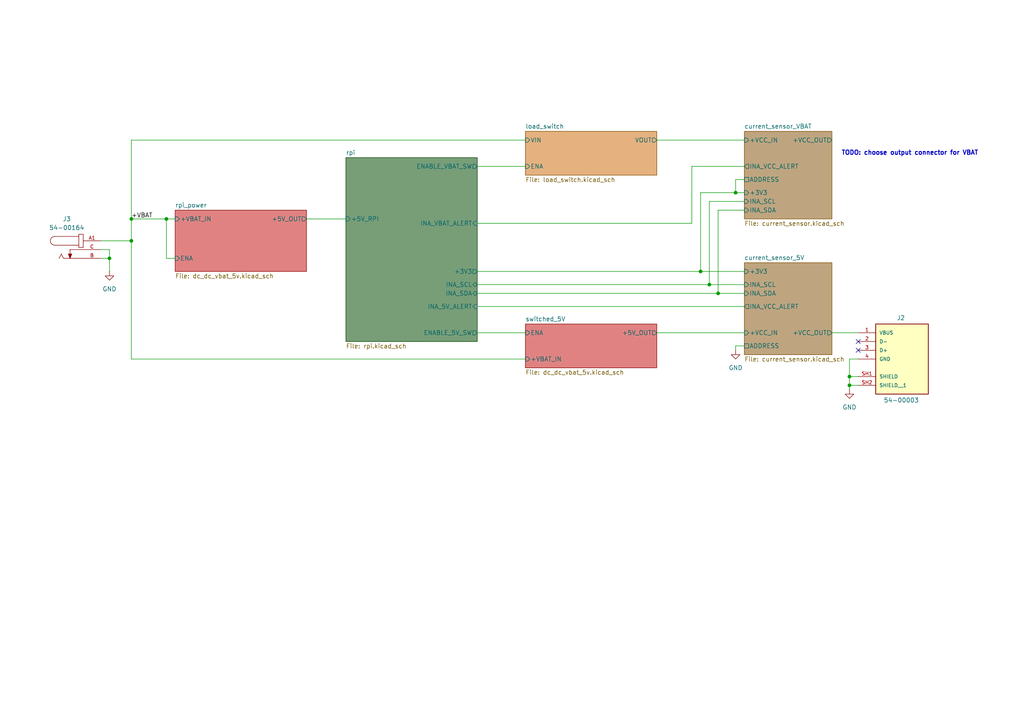
<source format=kicad_sch>
(kicad_sch (version 20231120) (generator "eeschema") (generator_version "8.0")
  (paper "A4")
  (lib_symbols
    (symbol "power:GND" (power) (pin_numbers hide) (pin_names (offset 0) hide)
      (property "Value" "GND" (at 0 -3.81 0))
      (symbol "GND_0_1"
        (polyline (pts (xy 0 0) (xy 0 -1.27) (xy 1.27 -1.27) (xy 0 -2.54) (xy -1.27 -1.27) (xy 0 -1.27)))
      )
      (symbol "GND_1_1"
        (pin power_in line (at 0 0 270) (length 0) (name "~") (number "1"))
      )
    )
    (symbol "rpi_power_warden_hat:54-00003" (pin_names (offset 1.016))
      (property "Reference" "J" (at -7.62 10.922 0))
      (property "Value" "54-00003" (at -7.62 -12.7 0))
      (symbol "54-00003_0_0"
        (rectangle (start -7.62 -10.16) (end 7.62 10.16) (stroke (width 0.254)) (fill (type background)))
        (pin power_in line (at -12.7 7.62 0) (length 5.08) (name "VBUS") (number "1"))
        (pin bidirectional line (at -12.7 5.08 0) (length 5.08) (name "D-") (number "2"))
        (pin bidirectional line (at -12.7 2.54 0) (length 5.08) (name "D+") (number "3"))
        (pin power_in line (at -12.7 0 0) (length 5.08) (name "GND") (number "4"))
        (pin passive line (at -12.7 -5.08 0) (length 5.08) (name "SHIELD") (number "SH1"))
        (pin passive line (at -12.7 -7.62 0) (length 5.08) (name "SHIELD__1") (number "SH2"))
      )
    )
    (symbol "rpi_power_warden_hat:54-00164" (pin_names (offset 1.016))
      (property "Reference" "J" (at -7.62 5.08 0))
      (property "Value" "54-00164" (at -7.62 -5.08 0))
      (symbol "54-00164_0_0"
        (arc (start -8.255 3.81) (mid -9.5194 2.54) (end -8.255 1.27) (stroke (width 0.1524)))
        (polyline (pts (xy -8.255 3.81) (xy -1.27 3.81)) (stroke (width 0.1524)))
        (polyline (pts (xy -6.35 -1.27) (xy -6.985 -2.54)) (stroke (width 0.1524)))
        (polyline (pts (xy -5.715 -2.54) (xy -6.35 -1.27)) (stroke (width 0.1524)))
        (polyline (pts (xy -3.81 0) (xy -3.81 -2.54)) (stroke (width 0.1524)))
        (polyline (pts (xy -1.27 0.635) (xy 0 0.635)) (stroke (width 0.1524)))
        (polyline (pts (xy -1.27 1.27) (xy -8.255 1.27)) (stroke (width 0.1524)))
        (polyline (pts (xy -1.27 1.27) (xy -1.27 0.635)) (stroke (width 0.1524)))
        (polyline (pts (xy -1.27 3.81) (xy -1.27 1.27)) (stroke (width 0.1524)))
        (polyline (pts (xy -1.27 4.445) (xy -1.27 3.81)) (stroke (width 0.1524)))
        (polyline (pts (xy 0 -2.54) (xy -5.715 -2.54)) (stroke (width 0.1524)))
        (polyline (pts (xy 0 0) (xy -3.81 0)) (stroke (width 0.1524)))
        (polyline (pts (xy 0 0.635) (xy 0 4.445)) (stroke (width 0.1524)))
        (polyline (pts (xy 0 4.445) (xy -1.27 4.445)) (stroke (width 0.1524)))
        (polyline (pts (xy -3.81 -2.54) (xy -4.318 -1.27) (xy -3.302 -1.27) (xy -3.81 -2.54)) (stroke (width 0.1524)) (fill (type outline)))
        (pin passive line (at 5.08 2.54 180) (length 5.08) (name "~") (number "A1"))
        (pin passive line (at 5.08 -2.54 180) (length 5.08) (name "~") (number "B"))
        (pin passive line (at 5.08 0 180) (length 5.08) (name "~") (number "C"))
      )
      (symbol "54-00164_1_0"
        (pin passive line (at 5.08 2.54 180) (length 5.08) hide (name "~") (number "A2"))
      )
    )
  )
  (junction (at 203.2 78.74))
  (junction (at 48.26 63.5))
  (junction (at 38.1 69.85))
  (junction (at 208.28 85.09))
  (junction (at 38.1 63.5))
  (junction (at 213.36 55.88))
  (junction (at 246.38 111.76))
  (junction (at 31.75 74.93))
  (junction (at 246.38 109.22))
  (junction (at 205.74 82.55))
  (no_connect (at 248.92 99.06))
  (no_connect (at 248.92 101.6))
  (wire (pts (xy 138.43 85.09) (xy 208.28 85.09)))
  (wire (pts (xy 213.36 52.07) (xy 213.36 55.88)))
  (wire (pts (xy 38.1 104.14) (xy 152.4 104.14)))
  (wire (pts (xy 29.21 74.93) (xy 31.75 74.93)))
  (wire (pts (xy 190.5 96.52) (xy 215.9 96.52)))
  (wire (pts (xy 248.92 111.76) (xy 246.38 111.76)))
  (wire (pts (xy 38.1 63.5) (xy 48.26 63.5)))
  (wire (pts (xy 205.74 58.42) (xy 205.74 82.55)))
  (wire (pts (xy 138.43 82.55) (xy 205.74 82.55)))
  (wire (pts (xy 215.9 60.96) (xy 208.28 60.96)))
  (wire (pts (xy 246.38 111.76) (xy 246.38 113.03)))
  (wire (pts (xy 203.2 78.74) (xy 215.9 78.74)))
  (wire (pts (xy 48.26 74.93) (xy 50.8 74.93)))
  (wire (pts (xy 241.3 96.52) (xy 248.92 96.52)))
  (wire (pts (xy 215.9 100.33) (xy 213.36 100.33)))
  (wire (pts (xy 208.28 60.96) (xy 208.28 85.09)))
  (wire (pts (xy 138.43 96.52) (xy 152.4 96.52)))
  (wire (pts (xy 138.43 64.77) (xy 200.66 64.77)))
  (wire (pts (xy 213.36 100.33) (xy 213.36 101.6)))
  (wire (pts (xy 29.21 69.85) (xy 38.1 69.85)))
  (wire (pts (xy 246.38 104.14) (xy 246.38 109.22)))
  (wire (pts (xy 246.38 109.22) (xy 246.38 111.76)))
  (wire (pts (xy 138.43 78.74) (xy 203.2 78.74)))
  (wire (pts (xy 200.66 64.77) (xy 200.66 48.26)))
  (wire (pts (xy 38.1 63.5) (xy 38.1 69.85)))
  (wire (pts (xy 215.9 58.42) (xy 205.74 58.42)))
  (wire (pts (xy 31.75 72.39) (xy 31.75 74.93)))
  (wire (pts (xy 138.43 88.9) (xy 215.9 88.9)))
  (wire (pts (xy 213.36 55.88) (xy 203.2 55.88)))
  (wire (pts (xy 246.38 104.14) (xy 248.92 104.14)))
  (wire (pts (xy 200.66 48.26) (xy 215.9 48.26)))
  (wire (pts (xy 215.9 52.07) (xy 213.36 52.07)))
  (wire (pts (xy 48.26 63.5) (xy 48.26 74.93)))
  (wire (pts (xy 248.92 109.22) (xy 246.38 109.22)))
  (wire (pts (xy 203.2 55.88) (xy 203.2 78.74)))
  (wire (pts (xy 138.43 48.26) (xy 152.4 48.26)))
  (wire (pts (xy 38.1 40.64) (xy 38.1 63.5)))
  (wire (pts (xy 208.28 85.09) (xy 215.9 85.09)))
  (wire (pts (xy 190.5 40.64) (xy 215.9 40.64)))
  (wire (pts (xy 29.21 72.39) (xy 31.75 72.39)))
  (wire (pts (xy 152.4 40.64) (xy 38.1 40.64)))
  (wire (pts (xy 205.74 82.55) (xy 215.9 82.55)))
  (wire (pts (xy 31.75 78.74) (xy 31.75 74.93)))
  (wire (pts (xy 88.9 63.5) (xy 100.33 63.5)))
  (wire (pts (xy 50.8 63.5) (xy 48.26 63.5)))
  (wire (pts (xy 38.1 69.85) (xy 38.1 104.14)))
  (wire (pts (xy 215.9 55.88) (xy 213.36 55.88)))
  (text "TODO: choose output connector for VBAT\n" (at 263.906 44.45 0) (effects (font (size 1.27 1.27) (thickness 0.254) (bold yes))))
  (label "+VBAT" (at 38.1 63.5 0))
  (symbol (lib_id "power:GND") (at 31.75 78.74 0) (unit 1)
    (property "Reference" "#PWR1" (effects (hide yes)))
    (property "Value" "GND" (at 31.75 83.82 0))
    (property "Description" "Power symbol creates a global label with name \"GND\" , ground" (effects (hide yes)))
  )
  (symbol (lib_id "rpi_power_warden_hat:54-00003") (at 261.62 104.14 0) (unit 1)
    (property "Reference" "J2" (at 260.096 92.202 0) (effects (justify left)))
    (property "Value" "54-00003" (at 256.286 116.078 0) (effects (justify left)))
    (property "Footprint" "rpi_power_warden_hat:TENSILITY_54-00003" (effects (hide yes)))
    (property "Datasheet" "https://tensility.s3.us-west-2.amazonaws.com/uploads/pdffiles/54-00003.pdf" (effects (hide yes)))
    (property "Description" "CONN RCPT TYPEA 4POS SMD R/A" (effects (hide yes)))
    (property "mpn" "54-00003" (effects (hide yes)))
    (property "manufacturer" "TENSILITY" (effects (hide yes)))
  )
  (symbol (lib_id "power:GND") (at 213.36 101.6 0) (mirror y) (unit 1)
    (property "Reference" "#PWR21" (effects (hide yes)))
    (property "Value" "GND" (at 213.36 106.68 0))
    (property "Description" "Power symbol creates a global label with name \"GND\" , ground" (effects (hide yes)))
  )
  (symbol (lib_id "rpi_power_warden_hat:54-00164") (at 24.13 72.39 0) (unit 1)
    (property "Reference" "J3" (at 19.3703 63.5 0))
    (property "Value" "54-00164" (at 19.3703 66.04 0))
    (property "Footprint" "rpi_power_warden_hat:TENSILITY_54-00164" (effects (hide yes)))
    (property "Datasheet" "https://tensility.s3.us-west-2.amazonaws.com/uploads/pdffiles/54-00164.pdf" (effects (hide yes)))
    (property "Description" "CONN JACK R/A SMT 5.5X2.1MM" (effects (hide yes)))
    (property "mpn" "54-00164" (effects (hide yes)))
    (property "manufacturer" "TENSILITY" (effects (hide yes)))
  )
  (symbol (lib_id "power:GND") (at 246.38 113.03 0) (mirror y) (unit 1)
    (property "Reference" "#PWR2" (effects (hide yes)))
    (property "Value" "GND" (at 246.38 118.11 0))
    (property "Description" "Power symbol creates a global label with name \"GND\" , ground" (effects (hide yes)))
  )
  (sheet (at 100.33 45.72) (size 38.1 53.34) (stroke (width 0.1524) (color 0 72 0 1)) (fill (color 0 72 0 0.5300))
    (property "Sheetname" "rpi" (at 100.33 45.0084 0) (effects (justify left bottom)))
    (property "Sheetfile" "rpi.kicad_sch" (at 100.33 99.6446 0) (effects (justify left top)))
    (pin "INA_SCL" bidirectional (at 138.43 82.55 0))
    (pin "INA_SDA" bidirectional (at 138.43 85.09 0))
    (pin "+5V_RPI" input (at 100.33 63.5 180))
    (pin "+3V3" output (at 138.43 78.74 0))
    (pin "INA_5V_ALERT" input (at 138.43 88.9 0))
    (pin "ENABLE_5V_SW" output (at 138.43 96.52 0))
    (pin "INA_VBAT_ALERT" input (at 138.43 64.77 0))
    (pin "ENABLE_VBAT_SW" output (at 138.43 48.26 0))
  )
  (sheet (at 152.4 38.1) (size 38.1 12.7) (stroke (width 0.1524) (color 128 77 0 1)) (fill (color 204 102 0 0.5000))
    (property "Sheetname" "load_switch" (at 152.4 37.3884 0) (effects (justify left bottom)))
    (property "Sheetfile" "load_switch.kicad_sch" (at 152.4 51.3846 0) (effects (justify left top)))
    (pin "VOUT" output (at 190.5 40.64 0))
    (pin "VIN" input (at 152.4 40.64 180))
    (pin "ENA" input (at 152.4 48.26 180))
  )
  (sheet (at 215.9 38.1) (size 25.4 25.4) (stroke (width 0.1524) (color 128 77 0 1)) (fill (color 128 77 0 0.5000))
    (property "Sheetname" "current_sensor_VBAT" (at 215.9 37.3884 0) (effects (justify left bottom)))
    (property "Sheetfile" "current_sensor.kicad_sch" (at 215.9 64.0846 0) (effects (justify left top)))
    (pin "INA_SCL" input (at 215.9 58.42 180))
    (pin "INA_SDA" input (at 215.9 60.96 180))
    (pin "+3V3" input (at 215.9 55.88 180))
    (pin "+VCC_OUT" output (at 241.3 40.64 0))
    (pin "+VCC_IN" input (at 215.9 40.64 180))
    (pin "INA_VCC_ALERT" output (at 215.9 48.26 180))
    (pin "ADDRESS" passive (at 215.9 52.07 180))
  )
  (sheet (at 215.9 76.2) (size 25.4 26.67) (stroke (width 0.1524) (color 128 77 0 1)) (fill (color 128 77 0 0.5000))
    (property "Sheetname" "current_sensor_5V" (at 215.9 75.4884 0) (effects (justify left bottom)))
    (property "Sheetfile" "current_sensor.kicad_sch" (at 215.9 103.4546 0) (effects (justify left top)))
    (pin "INA_SCL" input (at 215.9 82.55 180))
    (pin "INA_SDA" input (at 215.9 85.09 180))
    (pin "+3V3" input (at 215.9 78.74 180))
    (pin "+VCC_OUT" output (at 241.3 96.52 0))
    (pin "+VCC_IN" input (at 215.9 96.52 180))
    (pin "INA_VCC_ALERT" output (at 215.9 88.9 180))
    (pin "ADDRESS" passive (at 215.9 100.33 180))
  )
  (sheet (at 152.4 93.98) (size 38.1 12.7) (stroke (width 0.1524) (color 132 0 0 1)) (fill (color 194 0 0 0.4900))
    (property "Sheetname" "switched_5V" (at 152.4 93.2684 0) (effects (justify left bottom)))
    (property "Sheetfile" "dc_dc_vbat_5v.kicad_sch" (at 152.4 107.2646 0) (effects (justify left top)))
    (pin "+5V_OUT" output (at 190.5 96.52 0))
    (pin "+VBAT_IN" input (at 152.4 104.14 180))
    (pin "ENA" input (at 152.4 96.52 180))
  )
  (sheet (at 50.8 60.96) (size 38.1 17.78) (stroke (width 0.1524) (color 132 0 0 1)) (fill (color 194 0 0 0.4900))
    (property "Sheetname" "rpi_power" (at 50.8 60.2484 0) (effects (justify left bottom)))
    (property "Sheetfile" "dc_dc_vbat_5v.kicad_sch" (at 50.8 79.3246 0) (effects (justify left top)))
    (pin "+5V_OUT" output (at 88.9 63.5 0))
    (pin "+VBAT_IN" input (at 50.8 63.5 180))
    (pin "ENA" input (at 50.8 74.93 180))
  )
)
</source>
